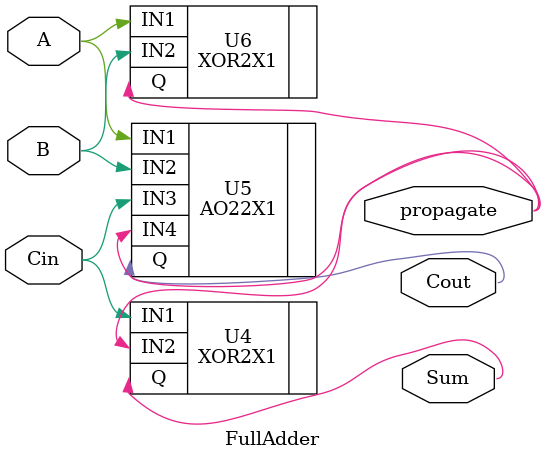
<source format=v>



module FullAdder ( A, B, Cin, Sum, Cout, propagate );
  input A, B, Cin;
  output Sum, Cout, propagate;


  XOR2X1 U4 ( .IN1(Cin), .IN2(propagate), .Q(Sum) );
  AO22X1 U5 ( .IN1(A), .IN2(B), .IN3(Cin), .IN4(propagate), .Q(Cout) );
  XOR2X1 U6 ( .IN1(A), .IN2(B), .Q(propagate) );
endmodule
</source>
